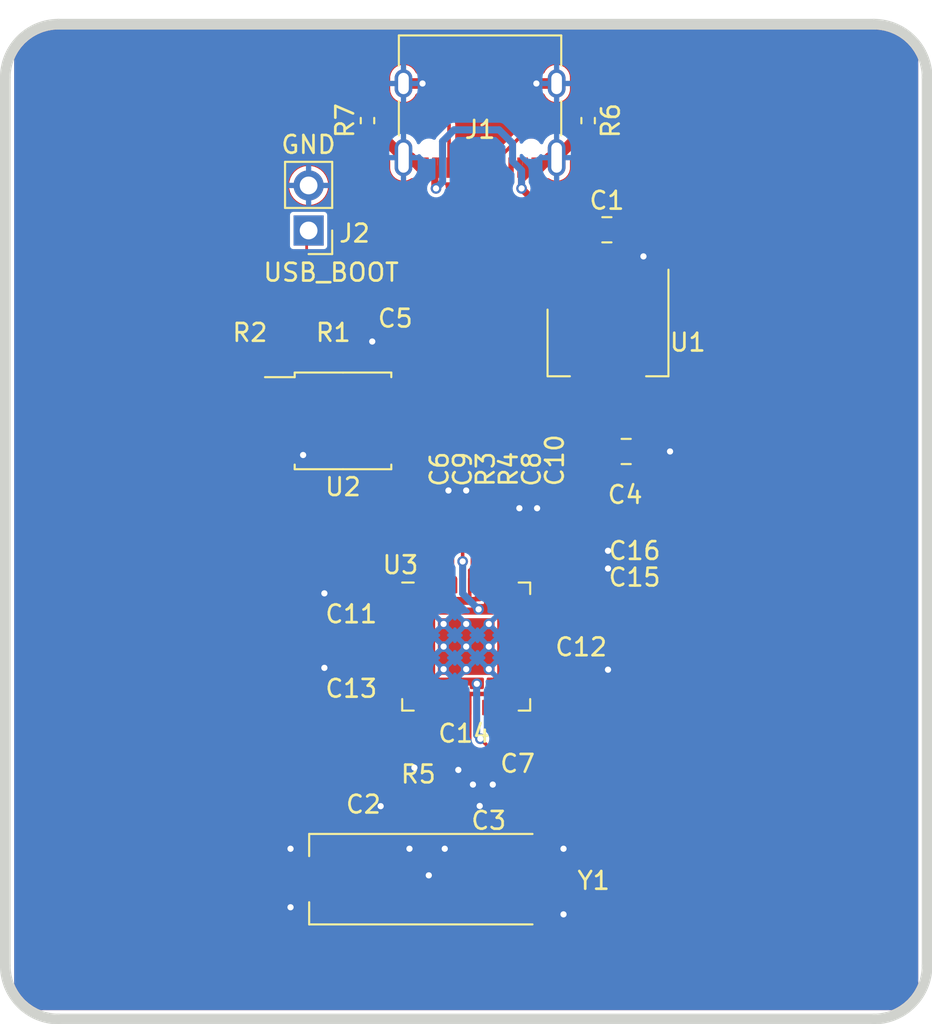
<source format=kicad_pcb>
(kicad_pcb (version 20211014) (generator pcbnew)
  (title_block (title "RP2040 Minimal Design Example") (date "2020-07-13") (rev "REV1") (company "Raspberry Pi (Trading) Ltd"))
  (layers (0 "F.Cu" signal) (31 "B.Cu" signal) (34 "B.Paste" user) (35 "F.Paste" user) (36 "B.SilkS" user "B.Silkscreen") (37 "F.SilkS" user "F.Silkscreen") (38 "B.Mask" user) (39 "F.Mask" user) (44 "Edge.Cuts" user))
  (net 0 "")
  (net 1 "GND")
  (net 2 "VBUS")
  (net 3 "/XIN")
  (net 4 "/XOUT")
  (net 5 "+3V3")
  (net 6 "+1V1")
  (net 7 "Net-(J1-PadA5)")
  (net 8 "/~{USB_BOOT}")
  (net 9 "/GPIO15")
  (net 10 "/GPIO14")
  (net 11 "/GPIO13")
  (net 12 "/GPIO12")
  (net 13 "/GPIO11")
  (net 14 "/GPIO10")
  (net 15 "/GPIO9")
  (net 16 "/GPIO8")
  (net 17 "/GPIO7")
  (net 18 "/GPIO6")
  (net 19 "/GPIO5")
  (net 20 "/GPIO4")
  (net 21 "/GPIO3")
  (net 22 "/GPIO2")
  (net 23 "/GPIO1")
  (net 24 "/GPIO0")
  (net 25 "/GPIO29_ADC3")
  (net 26 "/GPIO28_ADC2")
  (net 27 "/GPIO27_ADC1")
  (net 28 "/GPIO26_ADC0")
  (net 29 "/GPIO25")
  (net 30 "/GPIO24")
  (net 31 "/GPIO23")
  (net 32 "/GPIO22")
  (net 33 "/GPIO21")
  (net 34 "/GPIO20")
  (net 35 "/GPIO19")
  (net 36 "/GPIO18")
  (net 37 "/GPIO17")
  (net 38 "/GPIO16")
  (net 39 "/RUN")
  (net 40 "/SWD")
  (net 41 "/SWCLK")
  (net 42 "/QSPI_SS")
  (net 43 "Net-(R3-Pad2)")
  (net 44 "Net-(R4-Pad2)")
  (net 45 "/QSPI_SD3")
  (net 46 "/QSPI_SCLK")
  (net 47 "/QSPI_SD0")
  (net 48 "/QSPI_SD2")
  (net 49 "/QSPI_SD1")
  (net 50 "/USB_D+")
  (net 51 "/USB_D-")
  (net 52 "Net-(C3-Pad1)")
  (net 54 "Net-(J1-PadB5)")
  (footprint "Capacitor_SMD:C_0805_2012Metric" (layer "F.Cu") (at 109.025 89)
    (fp_text reference "C4" (at -0.059 2.44) (layer "F.SilkS"))
    (fp_text value "10u")
    (fp_line (start -0.258578 -0.71) (end 0.258578 -0.71) (layer "F.SilkS") (width 0.12))
    (fp_line (start -0.258578 0.71) (end 0.258578 0.71) (layer "F.SilkS") (width 0.12))
    (pad "1" smd roundrect locked (at -0.9375 0) (size 0.975 1.4) (layers "F.Cu" "F.Paste" "F.Mask") (net 5 "+3V3"))
    (pad "2" smd roundrect locked (at 0.9375 0) (size 0.975 1.4) (layers "F.Cu" "F.Paste" "F.Mask") (net 1 "GND"))
  )
  (footprint "Connector_PinHeader_2.54mm:PinHeader_1x02_P2.54mm_Vertical" (layer "F.Cu") (at 91.11 76.54 180)
    (fp_text reference "J2" (at -2.59 -0.16) (layer "F.SilkS"))
    (fp_text value "Conn_01x02")
    (fp_line (start 1.33 1.27) (end 1.33 3.87) (layer "F.SilkS") (width 0.12))
    (fp_line (start -1.33 0) (end -1.33 -1.33) (layer "F.SilkS") (width 0.12))
    (fp_line (start -1.33 3.87) (end 1.33 3.87) (layer "F.SilkS") (width 0.12))
    (fp_line (start -1.33 1.27) (end -1.33 3.87) (layer "F.SilkS") (width 0.12))
    (fp_line (start -1.33 -1.33) (end 0 -1.33) (layer "F.SilkS") (width 0.12))
    (fp_line (start -1.33 1.27) (end 1.33 1.27) (layer "F.SilkS") (width 0.12))
    (pad "1" thru_hole rect locked (at 0 0 180) (size 1.7 1.7) (drill 1) (layers *.Cu *.Mask) (net 8 "/~{USB_BOOT}"))
    (pad "2" thru_hole oval locked (at 0 2.54 180) (size 1.7 1.7) (drill 1) (layers *.Cu *.Mask) (net 1 "GND"))
  )
  (footprint "Capacitor_SMD:C_0402_1005Metric" (layer "F.Cu") (at 104 93.515 90)
    (fp_text reference "C10" (at 4.015 0.99 90) (layer "F.SilkS"))
    (fp_text value "1u")
    (pad "1" smd roundrect locked (at -0.485 0 90) (size 0.59 0.64) (layers "F.Cu" "F.Paste" "F.Mask") (net 5 "+3V3"))
    (pad "2" smd roundrect locked (at 0.485 0 90) (size 0.59 0.64) (layers "F.Cu" "F.Paste" "F.Mask") (net 1 "GND"))
  )
  (footprint "Capacitor_SMD:C_0402_1005Metric" (layer "F.Cu") (at 103 93.515 90)
    (fp_text reference "C8" (at 3.515 0.69 90) (layer "F.SilkS"))
    (fp_text value "1u")
    (pad "1" smd roundrect locked (at -0.485 0 90) (size 0.59 0.64) (layers "F.Cu" "F.Paste" "F.Mask") (net 6 "+1V1"))
    (pad "2" smd roundrect locked (at 0.485 0 90) (size 0.59 0.64) (layers "F.Cu" "F.Paste" "F.Mask") (net 1 "GND"))
  )
  (footprint "Capacitor_SMD:C_0402_1005Metric" (layer "F.Cu") (at 93.515 101.2 180)
    (fp_text reference "C13" (at 0 -1.17) (layer "F.SilkS"))
    (fp_text value "100n")
    (pad "1" smd roundrect locked (at -0.485 0 180) (size 0.59 0.64) (layers "F.Cu" "F.Paste" "F.Mask") (net 5 "+3V3"))
    (pad "2" smd roundrect locked (at 0.485 0 180) (size 0.59 0.64) (layers "F.Cu" "F.Paste" "F.Mask") (net 1 "GND"))
  )
  (footprint "Capacitor_SMD:C_0402_1005Metric" (layer "F.Cu") (at 96.185 82.83 180)
    (fp_text reference "C5" (at 0.185 1.33) (layer "F.SilkS"))
    (fp_text value "100n")
    (pad "1" smd roundrect locked (at -0.485 0 180) (size 0.59 0.64) (layers "F.Cu" "F.Paste" "F.Mask") (net 5 "+3V3"))
    (pad "2" smd roundrect locked (at 0.485 0 180) (size 0.59 0.64) (layers "F.Cu" "F.Paste" "F.Mask") (net 1 "GND"))
  )
  (footprint "Capacitor_SMD:C_0402_1005Metric" (layer "F.Cu") (at 89.5 82.315 -90)
    (fp_text reference "R2" (at -0.015 1.7 180) (layer "F.SilkS"))
    (fp_text value "DNF")
    (pad "1" smd roundrect locked (at -0.485 0 270) (size 0.59 0.64) (layers "F.Cu" "F.Paste" "F.Mask") (net 5 "+3V3"))
    (pad "2" smd roundrect locked (at 0.485 0 270) (size 0.59 0.64) (layers "F.Cu" "F.Paste" "F.Mask") (net 42 "/QSPI_SS"))
  )
  (footprint "Package_TO_SOT_SMD:SOT-223-3_TabPin2" (layer "F.Cu") (at 108 82.85 -90)
    (fp_text reference "U1" (at 0 -4.5 180) (layer "F.SilkS"))
    (fp_text value "NCP1117-3.3_SOT223")
    (fp_line (start 1.91 -3.41) (end 1.91 -2.15) (layer "F.SilkS") (width 0.12))
    (fp_line (start -1.85 3.41) (end 1.91 3.41) (layer "F.SilkS") (width 0.12))
    (fp_line (start 1.91 3.41) (end 1.91 2.15) (layer "F.SilkS") (width 0.12))
    (fp_line (start -4.1 -3.41) (end 1.91 -3.41) (layer "F.SilkS") (width 0.12))
    (pad "1" smd rect locked (at -3.15 -2.3 270) (size 2 1.5) (layers "F.Cu" "F.Paste" "F.Mask") (net 1 "GND"))
    (pad "2" smd rect locked (at 3.15 0 270) (size 2 3.8) (layers "F.Cu" "F.Paste" "F.Mask") (net 5 "+3V3"))
    (pad "2" smd rect locked (at -3.15 0 270) (size 2 1.5) (layers "F.Cu" "F.Paste" "F.Mask") (net 5 "+3V3"))
    (pad "3" smd rect locked (at -3.15 2.3 270) (size 2 1.5) (layers "F.Cu" "F.Paste" "F.Mask") (net 2 "VBUS"))
  )
  (footprint "Package_SO:SOIC-8_5.23x5.23mm_P1.27mm" (layer "F.Cu") (at 93.05 87.275)
    (fp_text reference "U2" (at 0 3.725) (layer "F.SilkS"))
    (fp_text value "W25Q128JVS")
    (fp_line (start 2.725 2.725) (end 2.725 2.465) (layer "F.SilkS") (width 0.12))
    (fp_line (start 0 2.725) (end 2.725 2.725) (layer "F.SilkS") (width 0.12))
    (fp_line (start -2.725 -2.725) (end -2.725 -2.465) (layer "F.SilkS") (width 0.12))
    (fp_line (start 0 -2.725) (end -2.725 -2.725) (layer "F.SilkS") (width 0.12))
    (fp_line (start 0 2.725) (end -2.725 2.725) (layer "F.SilkS") (width 0.12))
    (fp_line (start -2.725 2.725) (end -2.725 2.465) (layer "F.SilkS") (width 0.12))
    (fp_line (start 2.725 -2.725) (end 2.725 -2.465) (layer "F.SilkS") (width 0.12))
    (fp_line (start -2.725 -2.465) (end -4.4 -2.465) (layer "F.SilkS") (width 0.12))
    (fp_line (start 0 -2.725) (end 2.725 -2.725) (layer "F.SilkS") (width 0.12))
    (pad "1" smd roundrect locked (at -3.6 -1.905) (size 1.6 0.6) (layers "F.Cu" "F.Paste" "F.Mask") (net 42 "/QSPI_SS"))
    (pad "2" smd roundrect locked (at -3.6 -0.635) (size 1.6 0.6) (layers "F.Cu" "F.Paste" "F.Mask") (net 49 "/QSPI_SD1"))
    (pad "3" smd roundrect locked (at -3.6 0.635) (size 1.6 0.6) (layers "F.Cu" "F.Paste" "F.Mask") (net 48 "/QSPI_SD2"))
    (pad "4" smd roundrect locked (at -3.6 1.905) (size 1.6 0.6) (layers "F.Cu" "F.Paste" "F.Mask") (net 1 "GND"))
    (pad "5" smd roundrect locked (at 3.6 1.905) (size 1.6 0.6) (layers "F.Cu" "F.Paste" "F.Mask") (net 47 "/QSPI_SD0"))
    (pad "6" smd roundrect locked (at 3.6 0.635) (size 1.6 0.6) (layers "F.Cu" "F.Paste" "F.Mask") (net 46 "/QSPI_SCLK"))
    (pad "7" smd roundrect locked (at 3.6 -0.635) (size 1.6 0.6) (layers "F.Cu" "F.Paste" "F.Mask") (net 45 "/QSPI_SD3"))
    (pad "8" smd roundrect locked (at 3.6 -1.905) (size 1.6 0.6) (layers "F.Cu" "F.Paste" "F.Mask") (net 5 "+3V3"))
  )
  (footprint "Capacitor_SMD:C_0402_1005Metric" (layer "F.Cu") (at 99.485 109)
    (fp_text reference "C3" (at 1.785 0.814) (layer "F.SilkS"))
    (fp_text value "27p")
    (pad "1" smd roundrect locked (at -0.485 0) (size 0.59 0.64) (layers "F.Cu" "F.Paste" "F.Mask") (net 52 "Net-(C3-Pad1)"))
    (pad "2" smd roundrect locked (at 0.485 0) (size 0.59 0.64) (layers "F.Cu" "F.Paste" "F.Mask") (net 1 "GND"))
  )
  (footprint "Capacitor_SMD:C_0402_1005Metric" (layer "F.Cu") (at 91 82.315 90)
    (fp_text reference "R1" (at 0.015 1.5 180) (layer "F.SilkS"))
    (fp_text value "1k")
    (pad "1" smd roundrect locked (at -0.485 0 90) (size 0.59 0.64) (layers "F.Cu" "F.Paste" "F.Mask") (net 42 "/QSPI_SS"))
    (pad "2" smd roundrect locked (at 0.485 0 90) (size 0.59 0.64) (layers "F.Cu" "F.Paste" "F.Mask") (net 8 "/~{USB_BOOT}"))
  )
  (footprint "Capacitor_SMD:C_0402_1005Metric" (layer "F.Cu") (at 100 92.515 90)
    (fp_text reference "C9" (at 2.515 -0.2 270) (layer "F.SilkS"))
    (fp_text value "100n")
    (pad "1" smd roundrect locked (at -0.485 0 90) (size 0.59 0.64) (layers "F.Cu" "F.Paste" "F.Mask") (net 5 "+3V3"))
    (pad "2" smd roundrect locked (at 0.485 0 90) (size 0.59 0.64) (layers "F.Cu" "F.Paste" "F.Mask") (net 1 "GND"))
  )
  (footprint "Capacitor_SMD:C_0402_1005Metric" (layer "F.Cu") (at 106.485 101.2)
    (fp_text reference "C12" (at 0 -1.17) (layer "F.SilkS"))
    (fp_text value "100n")
    (pad "1" smd roundrect locked (at -0.485 0) (size 0.59 0.64) (layers "F.Cu" "F.Paste" "F.Mask") (net 5 "+3V3"))
    (pad "2" smd roundrect locked (at 0.485 0) (size 0.59 0.64) (layers "F.Cu" "F.Paste" "F.Mask") (net 1 "GND"))
  )
  (footprint "Capacitor_SMD:C_0402_1005Metric" (layer "F.Cu") (at 100.381 106.485 -90)
    (fp_text reference "C14" (at -1.585 0.5 180) (layer "F.SilkS"))
    (fp_text value "100n")
    (pad "1" smd roundrect locked (at -0.485 0 270) (size 0.59 0.64) (layers "F.Cu" "F.Paste" "F.Mask") (net 5 "+3V3"))
    (pad "2" smd roundrect locked (at 0.485 0 270) (size 0.59 0.64) (layers "F.Cu" "F.Paste" "F.Mask") (net 1 "GND"))
  )
  (footprint "Capacitor_SMD:C_0402_1005Metric" (layer "F.Cu") (at 101 93.515 -90)
    (fp_text reference "R3" (at -3.515 -0.09 90) (layer "F.SilkS"))
    (fp_text value "27")
    (pad "1" smd roundrect locked (at -0.485 0 270) (size 0.59 0.64) (layers "F.Cu" "F.Paste" "F.Mask") (net 50 "/USB_D+"))
    (pad "2" smd roundrect locked (at 0.485 0 270) (size 0.59 0.64) (layers "F.Cu" "F.Paste" "F.Mask") (net 43 "Net-(R3-Pad2)"))
  )
  (footprint "Capacitor_SMD:C_0402_1005Metric" (layer "F.Cu") (at 101.5 106.485 -90)
    (fp_text reference "C7" (at 0.115 -1.4 180) (layer "F.SilkS"))
    (fp_text value "100n")
    (pad "1" smd roundrect locked (at -0.485 0 270) (size 0.59 0.64) (layers "F.Cu" "F.Paste" "F.Mask") (net 6 "+1V1"))
    (pad "2" smd roundrect locked (at 0.485 0 270) (size 0.59 0.64) (layers "F.Cu" "F.Paste" "F.Mask") (net 1 "GND"))
  )
  (footprint "Capacitor_SMD:C_0805_2012Metric" (layer "F.Cu") (at 107.9375 76.5)
    (fp_text reference "C1" (at 0 -1.65) (layer "F.SilkS"))
    (fp_text value "10u")
    (fp_line (start -0.258578 0.71) (end 0.258578 0.71) (layer "F.SilkS") (width 0.12))
    (fp_line (start -0.258578 -0.71) (end 0.258578 -0.71) (layer "F.SilkS") (width 0.12))
    (pad "1" smd roundrect locked (at -0.9375 0) (size 0.975 1.4) (layers "F.Cu" "F.Paste" "F.Mask") (net 2 "VBUS"))
    (pad "2" smd roundrect locked (at 0.9375 0) (size 0.975 1.4) (layers "F.Cu" "F.Paste" "F.Mask") (net 1 "GND"))
  )
  (footprint "Capacitor_SMD:C_0402_1005Metric" (layer "F.Cu") (at 93.515 97 180)
    (fp_text reference "C11" (at 0 -1.17) (layer "F.SilkS"))
    (fp_text value "100n")
    (pad "1" smd roundrect locked (at -0.485 0 180) (size 0.59 0.64) (layers "F.Cu" "F.Paste" "F.Mask") (net 5 "+3V3"))
    (pad "2" smd roundrect locked (at 0.485 0 180) (size 0.59 0.64) (layers "F.Cu" "F.Paste" "F.Mask") (net 1 "GND"))
  )
  (footprint "Capacitor_SMD:C_0402_1005Metric" (layer "F.Cu") (at 106.485 94.6)
    (fp_text reference "C16" (at 3.015 0) (layer "F.SilkS"))
    (fp_text value "100n")
    (pad "1" smd roundrect locked (at -0.485 0) (size 0.59 0.64) (layers "F.Cu" "F.Paste" "F.Mask") (net 5 "+3V3"))
    (pad "2" smd roundrect locked (at 0.485 0) (size 0.59 0.64) (layers "F.Cu" "F.Paste" "F.Mask") (net 1 "GND"))
  )
  (footprint "RP2040_minimal:RP2040-QFN-56" (layer "F.Cu") (at 100 100)
    (fp_text reference "U3" (at -3.71 -4.6) (layer "F.SilkS"))
    (fp_text value "RP2040")
    (fp_line (start 3.61 3.61) (end 3.61 2.96) (layer "F.SilkS") (width 0.12))
    (fp_line (start 2.96 -3.61) (end 3.61 -3.61) (layer "F.SilkS") (width 0.12))
    (fp_line (start -2.96 -3.61) (end -3.61 -3.61) (layer "F.SilkS") (width 0.12))
    (fp_line (start -2.96 3.61) (end -3.61 3.61) (layer "F.SilkS") (width 0.12))
    (fp_line (start 3.61 -3.61) (end 3.61 -2.96) (layer "F.SilkS") (width 0.12))
    (fp_line (start -3.61 3.61) (end -3.61 2.96) (layer "F.SilkS") (width 0.12))
    (fp_line (start 2.96 3.61) (end 3.61 3.61) (layer "F.SilkS") (width 0.12))
    (pad "1" smd roundrect locked (at -3.4375 -2.6) (size 0.875 0.2) (layers "F.Cu" "F.Paste" "F.Mask") (net 5 "+3V3"))
    (pad "2" smd roundrect locked (at -3.4375 -2.2) (size 0.875 0.2) (layers "F.Cu" "F.Paste" "F.Mask") (net 24 "/GPIO0"))
    (pad "3" smd roundrect locked (at -3.4375 -1.8) (size 0.875 0.2) (layers "F.Cu" "F.Paste" "F.Mask") (net 23 "/GPIO1"))
    (pad "4" smd roundrect locked (at -3.4375 -1.4) (size 0.875 0.2) (layers "F.Cu" "F.Paste" "F.Mask") (net 22 "/GPIO2"))
    (pad "5" smd roundrect locked (at -3.4375 -1) (size 0.875 0.2) (layers "F.Cu" "F.Paste" "F.Mask") (net 21 "/GPIO3"))
    (pad "6" smd roundrect locked (at -3.4375 -0.6) (size 0.875 0.2) (layers "F.Cu" "F.Paste" "F.Mask") (net 20 "/GPIO4"))
    (pad "7" smd roundrect locked (at -3.4375 -0.2) (size 0.875 0.2) (layers "F.Cu" "F.Paste" "F.Mask") (net 19 "/GPIO5"))
    (pad "8" smd roundrect locked (at -3.4375 0.2) (size 0.875 0.2) (layers "F.Cu" "F.Paste" "F.Mask") (net 18 "/GPIO6"))
    (pad "9" smd roundrect locked (at -3.4375 0.6) (size 0.875 0.2) (layers "F.Cu" "F.Paste" "F.Mask") (net 17 "/GPIO7"))
    (pad "10" smd roundrect locked (at -3.4375 1) (size 0.875 0.2) (layers "F.Cu" "F.Paste" "F.Mask") (net 5 "+3V3"))
    (pad "11" smd roundrect locked (at -3.4375 1.4) (size 0.875 0.2) (layers "F.Cu" "F.Paste" "F.Mask") (net 16 "/GPIO8"))
    (pad "12" smd roundrect locked (at -3.4375 1.8) (size 0.875 0.2) (layers "F.Cu" "F.Paste" "F.Mask") (net 15 "/GPIO9"))
    (pad "13" smd roundrect locked (at -3.4375 2.2) (size 0.875 0.2) (layers "F.Cu" "F.Paste" "F.Mask") (net 14 "/GPIO10"))
    (pad "14" smd roundrect locked (at -3.4375 2.6) (size 0.875 0.2) (layers "F.Cu" "F.Paste" "F.Mask") (net 13 "/GPIO11"))
    (pad "15" smd roundrect locked (at -2.6 3.4375) (size 0.2 0.875) (layers "F.Cu" "F.Paste" "F.Mask") (net 12 "/GPIO12"))
    (pad "16" smd roundrect locked (at -2.2 3.4375) (size 0.2 0.875) (layers "F.Cu" "F.Paste" "F.Mask") (net 11 "/GPIO13"))
    (pad "17" smd roundrect locked (at -1.8 3.4375) (size 0.2 0.875) (layers "F.Cu" "F.Paste" "F.Mask") (net 10 "/GPIO14"))
    (pad "18" smd roundrect locked (at -1.4 3.4375) (size 0.2 0.875) (layers "F.Cu" "F.Paste" "F.Mask") (net 9 "/GPIO15"))
    (pad "19" smd roundrect locked (at -1 3.4375) (size 0.2 0.875) (layers "F.Cu" "F.Paste" "F.Mask") (net 1 "GND"))
    (pad "20" smd roundrect locked (at -0.6 3.4375) (size 0.2 0.875) (layers "F.Cu" "F.Paste" "F.Mask") (net 3 "/XIN"))
    (pad "21" smd roundrect locked (at -0.2 3.4375) (size 0.2 0.875) (layers "F.Cu" "F.Paste" "F.Mask") (net 4 "/XOUT"))
    (pad "22" smd roundrect locked (at 0.2 3.4375) (size 0.2 0.875) (layers "F.Cu" "F.Paste" "F.Mask") (net 5 "+3V3"))
    (pad "23" smd roundrect locked (at 0.6 3.4375) (size 0.2 0.875) (layers "F.Cu" "F.Paste" "F.Mask") (net 6 "+1V1"))
    (pad "24" smd roundrect locked (at 1 3.4375) (size 0.2 0.875) (layers "F.Cu" "F.Paste" "F.Mask") (net 41 "/SWCLK"))
    (pad "25" smd roundrect locked (at 1.4 3.4375) (size 0.2 0.875) (layers "F.Cu" "F.Paste" "F.Mask") (net 40 "/SWD"))
    (pad "26" smd roundrect locked (at 1.8 3.4375) (size 0.2 0.875) (layers "F.Cu" "F.Paste" "F.Mask") (net 39 "/RUN"))
    (pad "27" smd roundrect locked (at 2.2 3.4375) (size 0.2 0.875) (layers "F.Cu" "F.Paste" "F.Mask") (net 38 "/GPIO16"))
    (pad "28" smd roundrect locked (at 2.6 3.4375) (size 0.2 0.875) (layers "F.Cu" "F.Paste" "F.Mask") (net 37 "/GPIO17"))
    (pad "29" smd roundrect locked (at 3.4375 2.6) (size 0.875 0.2) (layers "F.Cu" "F.Paste" "F.Mask") (net 36 "/GPIO18"))
    (pad "30" smd roundrect locked (at 3.4375 2.2) (size 0.875 0.2) (layers "F.Cu" "F.Paste" "F.Mask") (net 35 "/GPIO19"))
    (pad "31" smd roundrect locked (at 3.4375 1.8) (size 0.875 0.2) (layers "F.Cu" "F.Paste" "F.Mask") (net 34 "/GPIO20"))
    (pad "32" smd roundrect locked (at 3.4375 1.4) (size 0.875 0.2) (layers "F.Cu" "F.Paste" "F.Mask") (net 33 "/GPIO21"))
    (pad "33" smd roundrect locked (at 3.4375 1) (size 0.875 0.2) (layers "F.Cu" "F.Paste" "F.Mask") (net 5 "+3V3"))
    (pad "34" smd roundrect locked (at 3.4375 0.6) (size 0.875 0.2) (layers "F.Cu" "F.Paste" "F.Mask") (net 32 "/GPIO22"))
    (pad "35" smd roundrect locked (at 3.4375 0.2) (size 0.875 0.2) (layers "F.Cu" "F.Paste" "F.Mask") (net 31 "/GPIO23"))
    (pad "36" smd roundrect locked (at 3.4375 -0.2) (size 0.875 0.2) (layers "F.Cu" "F.Paste" "F.Mask") (net 30 "/GPIO24"))
    (pad "37" smd roundrect locked (at 3.4375 -0.6) (size 0.875 0.2) (layers "F.Cu" "F.Paste" "F.Mask") (net 29 "/GPIO25"))
    (pad "38" smd roundrect locked (at 3.4375 -1) (size 0.875 0.2) (layers "F.Cu" "F.Paste" "F.Mask") (net 28 "/GPIO26_ADC0"))
    (pad "39" smd roundrect locked (at 3.4375 -1.4) (size 0.875 0.2) (layers "F.Cu" "F.Paste" "F.Mask") (net 27 "/GPIO27_ADC1"))
    (pad "40" smd roundrect locked (at 3.4375 -1.8) (size 0.875 0.2) (layers "F.Cu" "F.Paste" "F.Mask") (net 26 "/GPIO28_ADC2"))
    (pad "41" smd roundrect locked (at 3.4375 -2.2) (size 0.875 0.2) (layers "F.Cu" "F.Paste" "F.Mask") (net 25 "/GPIO29_ADC3"))
    (pad "42" smd roundrect locked (at 3.4375 -2.6) (size 0.875 0.2) (layers "F.Cu" "F.Paste" "F.Mask") (net 5 "+3V3"))
    (pad "43" smd roundrect locked (at 2.6 -3.4375) (size 0.2 0.875) (layers "F.Cu" "F.Paste" "F.Mask") (net 5 "+3V3"))
    (pad "44" smd roundrect locked (at 2.2 -3.4375) (size 0.2 0.875) (layers "F.Cu" "F.Paste" "F.Mask") (net 5 "+3V3"))
    (pad "45" smd roundrect locked (at 1.8 -3.4375) (size 0.2 0.875) (layers "F.Cu" "F.Paste" "F.Mask") (net 6 "+1V1"))
    (pad "46" smd roundrect locked (at 1.4 -3.4375) (size 0.2 0.875) (layers "F.Cu" "F.Paste" "F.Mask") (net 44 "Net-(R4-Pad2)"))
    (pad "47" smd roundrect locked (at 1 -3.4375) (size 0.2 0.875) (layers "F.Cu" "F.Paste" "F.Mask") (net 43 "Net-(R3-Pad2)"))
    (pad "48" smd roundrect locked (at 0.6 -3.4375) (size 0.2 0.875) (layers "F.Cu" "F.Paste" "F.Mask") (net 5 "+3V3"))
    (pad "49" smd roundrect locked (at 0.2 -3.4375) (size 0.2 0.875) (layers "F.Cu" "F.Paste" "F.Mask") (net 5 "+3V3"))
    (pad "50" smd roundrect locked (at -0.2 -3.4375) (size 0.2 0.875) (layers "F.Cu" "F.Paste" "F.Mask") (net 6 "+1V1"))
    (pad "51" smd roundrect locked (at -0.6 -3.4375) (size 0.2 0.875) (layers "F.Cu" "F.Paste" "F.Mask") (net 45 "/QSPI_SD3"))
    (pad "52" smd roundrect locked (at -1 -3.4375) (size 0.2 0.875) (layers "F.Cu" "F.Paste" "F.Mask") (net 46 "/QSPI_SCLK"))
    (pad "53" smd roundrect locked (at -1.4 -3.4375) (size 0.2 0.875) (layers "F.Cu" "F.Paste" "F.Mask") (net 47 "/QSPI_SD0"))
    (pad "54" smd roundrect locked (at -1.8 -3.4375) (size 0.2 0.875) (layers "F.Cu" "F.Paste" "F.Mask") (net 48 "/QSPI_SD2"))
    (pad "55" smd roundrect locked (at -2.2 -3.4375) (size 0.2 0.875) (layers "F.Cu" "F.Paste" "F.Mask") (net 49 "/QSPI_SD1"))
    (pad "56" smd roundrect locked (at -2.6 -3.4375) (size 0.2 0.875) (layers "F.Cu" "F.Paste" "F.Mask") (net 42 "/QSPI_SS"))
    (pad "57" thru_hole circle locked (at 1.275 0) (size 0.6 0.6) (drill 0.35) (layers *.Cu) (net 1 "GND"))
    (pad "57" thru_hole circle locked (at 0 1.275) (size 0.6 0.6) (drill 0.35) (layers *.Cu) (net 1 "GND"))
    (pad "57" thru_hole circle locked (at 0 0) (size 0.6 0.6) (drill 0.35) (layers *.Cu) (net 1 "GND"))
    (pad "57" thru_hole circle locked (at 1.275 -1.275) (size 0.6 0.6) (drill 0.35) (layers *.Cu) (net 1 "GND"))
    (pad "57" thru_hole circle locked (at -1.275 1.275) (size 0.6 0.6) (drill 0.35) (layers *.Cu) (net 1 "GND"))
    (pad "57" thru_hole circle locked (at 0 -1.275) (size 0.6 0.6) (drill 0.35) (layers *.Cu) (net 1 "GND"))
    (pad "57" thru_hole circle locked (at -1.275 -1.275) (size 0.6 0.6) (drill 0.35) (layers *.Cu) (net 1 "GND"))
    (pad "57" thru_hole circle locked (at -1.275 0) (size 0.6 0.6) (drill 0.35) (layers *.Cu) (net 1 "GND"))
    (pad "57" smd roundrect locked (at 0 0) (size 3.2 3.2) (layers "F.Cu" "F.Mask") (roundrect_rratio 0.045) (net 1 "GND"))
    (pad "57" thru_hole circle locked (at 1.275 1.275) (size 0.6 0.6) (drill 0.35) (layers *.Cu) (net 1 "GND"))
  )
  (footprint "Capacitor_SMD:C_0402_1005Metric" (layer "F.Cu") (at 96.515 109 180)
    (fp_text reference "C2" (at 2.315 0.1) (layer "F.SilkS"))
    (fp_text value "27p")
    (pad "1" smd roundrect locked (at -0.485 0 180) (size 0.59 0.64) (layers "F.Cu" "F.Paste" "F.Mask") (net 3 "/XIN"))
    (pad "2" smd roundrect locked (at 0.485 0 180) (size 0.59 0.64) (layers "F.Cu" "F.Paste" "F.Mask") (net 1 "GND"))
  )
  (footprint "Capacitor_SMD:C_0402_1005Metric" (layer "F.Cu") (at 102 93.515 -90)
    (fp_text reference "R4" (at -3.515 -0.39 90) (layer "F.SilkS"))
    (fp_text value "27")
    (pad "1" smd roundrect locked (at -0.485 0 270) (size 0.59 0.64) (layers "F.Cu" "F.Paste" "F.Mask") (net 51 "/USB_D-"))
    (pad "2" smd roundrect locked (at 0.485 0 270) (size 0.59 0.64) (layers "F.Cu" "F.Paste" "F.Mask") (net 44 "Net-(R4-Pad2)"))
  )
  (footprint "Capacitor_SMD:C_0402_1005Metric" (layer "F.Cu") (at 99 92.515 90)
    (fp_text reference "C6" (at 2.515 -0.51 90) (layer "F.SilkS"))
    (fp_text value "100n")
    (pad "1" smd roundrect locked (at -0.485 0 90) (size 0.59 0.64) (layers "F.Cu" "F.Paste" "F.Mask") (net 6 "+1V1"))
    (pad "2" smd roundrect locked (at 0.485 0 90) (size 0.59 0.64) (layers "F.Cu" "F.Paste" "F.Mask") (net 1 "GND"))
  )
  (footprint "Capacitor_SMD:C_0402_1005Metric" (layer "F.Cu") (at 106.485 96)
    (fp_text reference "C15" (at 3.015 0.1) (layer "F.SilkS"))
    (fp_text value "100n")
    (pad "1" smd roundrect locked (at -0.485 0) (size 0.59 0.64) (layers "F.Cu" "F.Paste" "F.Mask") (net 5 "+3V3"))
    (pad "2" smd roundrect locked (at 0.485 0) (size 0.59 0.64) (layers "F.Cu" "F.Paste" "F.Mask") (net 1 "GND"))
  )
  (footprint "Capacitor_SMD:C_0402_1005Metric" (layer "F.Cu") (at 98.7 107.115 -90)
    (fp_text reference "R5" (at 0.085 1.4 180) (layer "F.SilkS"))
    (fp_text value "1k")
    (pad "1" smd roundrect locked (at -0.485 0 270) (size 0.59 0.64) (layers "F.Cu" "F.Paste" "F.Mask") (net 4 "/XOUT"))
    (pad "2" smd roundrect locked (at 0.485 0 270) (size 0.59 0.64) (layers "F.Cu" "F.Paste" "F.Mask") (net 52 "Net-(C3-Pad1)"))
  )
  (footprint "RP2040_minimal:Crystal_SMD_HC49-US" (layer "F.Cu") (at 97.841 113.116)
    (fp_text reference "Y1" (at 9.349 0.084) (layer "F.SilkS"))
    (fp_text value "ABLS-12.000MHZ-B4-T")
    (fp_line (start -6.7 2.55) (end 5.9 2.55) (layer "F.SilkS") (width 0.12))
    (fp_line (start -6.7 1.3) (end -6.7 2.55) (layer "F.SilkS") (width 0.12))
    (fp_line (start 5.9 -2.55) (end -6.7 -2.55) (layer "F.SilkS") (width 0.12))
    (fp_line (start -6.7 -2.55) (end -6.7 -1.3) (layer "F.SilkS") (width 0.12))
    (pad "1" smd rect locked (at -4.5 0) (size 5.6 2.1) (layers "F.Cu" "F.Paste" "F.Mask") (net 3 "/XIN"))
    (pad "2" smd rect locked (at 4.5 0) (size 5.6 2.1) (layers "F.Cu" "F.Paste" "F.Mask") (net 52 "Net-(C3-Pad1)"))
  )
  (footprint "Resistor_SMD:R_0402_1005Metric" (layer "F.Cu") (at 94.432 70.345 -90)
    (fp_text reference "R7" (at -0.002 1.27 90) (layer "F.SilkS"))
    (fp_text value "5.11k")
    (fp_line (start -0.153641 0.38) (end 0.153641 0.38) (layer "F.SilkS") (width 0.12))
    (fp_line (start -0.153641 -0.38) (end 0.153641 -0.38) (layer "F.SilkS") (width 0.12))
    (pad "1" smd roundrect (at -0.51 0 270) (size 0.54 0.64) (layers "F.Cu" "F.Paste" "F.Mask") (net 54 "Net-(J1-PadB5)"))
    (pad "2" smd roundrect (at 0.51 0 270) (size 0.54 0.64) (layers "F.Cu" "F.Paste" "F.Mask") (net 1 "GND"))
  )
  (footprint "Connector_USB:USB_C_Receptacle_XKB_U262-16XN-4BVC11" (layer "F.Cu") (at 100.782 69.327 180)
    (fp_text reference "J1" (at 0 -1.524) (layer "F.SilkS"))
    (fp_text value "USB_C_Receptacle_USB2.0")
    (fp_line (start 4.58 0.07) (end 4.58 -1.85) (layer "F.SilkS") (width 0.12))
    (fp_line (start 4.58 3.785) (end -4.58 3.785) (layer "F.SilkS") (width 0.12))
    (fp_line (start -4.58 3.785) (end -4.58 2.08) (layer "F.SilkS") (width 0.12))
    (fp_line (start -4.58 -1.85) (end -4.58 0.07) (layer "F.SilkS") (width 0.12))
    (fp_line (start 4.58 2.08) (end 4.58 3.785) (layer "F.SilkS") (width 0.12))
    (pad "" np_thru_hole circle (at -2.89 -2.605 180) (size 0.65 0.65) (drill 0.65) (layers *.Cu *.Mask))
    (pad "" np_thru_hole circle (at 2.89 -2.605 180) (size 0.65 0.65) (drill 0.65) (layers *.Cu *.Mask))
    (pad "A1" smd rect (at -3.35 -3.67 180) (size 0.3 1.15) (layers "F.Cu" "F.Paste" "F.Mask") (net 1 "GND"))
    (pad "A4" smd rect (at -2.55 -3.67 180) (size 0.3 1.15) (layers "F.Cu" "F.Paste" "F.Mask") (net 2 "VBUS"))
    (pad "A5" smd rect (at -1.25 -3.67 180) (size 0.3 1.15) (layers "F.Cu" "F.Paste" "F.Mask") (net 7 "Net-(J1-PadA5)"))
    (pad "A6" smd rect (at -0.25 -3.67 180) (size 0.3 1.15) (layers "F.Cu" "F.Paste" "F.Mask") (net 50 "/USB_D+"))
    (pad "A7" smd rect (at 0.25 -3.67 180) (size 0.3 1.15) (layers "F.Cu" "F.Paste" "F.Mask") (net 51 "/USB_D-"))
    (pad "A8" smd rect (at 1.25 -3.67 180) (size 0.3 1.15) (layers "F.Cu" "F.Paste" "F.Mask"))
    (pad "A9" smd rect (at 2.55 -3.67 180) (size 0.3 1.15) (layers "F.Cu" "F.Paste" "F.Mask") (net 2 "VBUS"))
    (pad "A12" smd rect (at 3.35 -3.67 180) (size 0.3 1.15) (layers "F.Cu" "F.Paste" "F.Mask") (net 1 "GND"))
    (pad "B1" smd rect (at 3.05 -3.67 180) (size 0.3 1.15) (layers "F.Cu" "F.Paste" "F.Mask") (net 1 "GND"))
    (pad "B4" smd rect (at 2.25 -3.67 180) (size 0.3 1.15) (layers "F.Cu" "F.Paste" "F.Mask") (net 2 "VBUS"))
    (pad "B5" smd rect (at 1.75 -3.67 180) (size 0.3 1.15) (layers "F.Cu" "F.Paste" "F.Mask") (net 54 "Net-(J1-PadB5)"))
    (pad "B6" smd rect (at 0.75 -3.67 180) (size 0.3 1.15) (layers "F.Cu" "F.Paste" "F.Mask") (net 50 "/USB_D+"))
    (pad "B7" smd rect (at -0.75 -3.67 180) (size 0.3 1.15) (layers "F.Cu" "F.Paste" "F.Mask") (net 51 "/USB_D-"))
    (pad "B8" smd rect (at -1.75 -3.67 180) (size 0.3 1.15) (layers "F.Cu" "F.Paste" "F.Mask"))
    (pad "B9" smd rect (at -2.25 -3.67 180) (size 0.3 1.15) (layers "F.Cu" "F.Paste" "F.Mask") (net 2 "VBUS"))
    (pad "B12" smd rect (at -3.05 -3.67 180) (size 0.3 1.15) (layers "F.Cu" "F.Paste" "F.Mask") (net 1 "GND"))
    (pad "S1" thru_hole oval (at 4.32 -3.105 180) (size 1 2.1) (drill oval 0.6 1.7) (layers *.Cu *.Mask) (net 1 "GND"))
    (pad "S1" thru_hole oval (at 4.32 1.075 180) (size 1 1.6) (drill oval 0.6 1.2) (layers *.Cu *.Mask) (net 1 "GND"))
    (pad "S1" thru_hole oval (at -4.32 1.075 180) (size 1 1.6) (drill oval 0.6 1.2) (layers *.Cu *.Mask) (net 1 "GND"))
    (pad "S1" thru_hole oval (at -4.32 -3.105 180) (size 1 2.1) (drill oval 0.6 1.7) (layers *.Cu *.Mask) (net 1 "GND"))
  )
  (footprint "Resistor_SMD:R_0402_1005Metric" (layer "F.Cu") (at 106.878 70.345 -90)
    (fp_text reference "R6" (at 0 -1.27 90) (layer "F.SilkS"))
    (fp_text value "5.11k")
    (fp_line (start -0.153641 0.38) (end 0.153641 0.38) (layer "F.SilkS") (width 0.12))
    (fp_line (start -0.153641 -0.38) (end 0.153641 -0.38) (layer "F.SilkS") (width 0.12))
    (pad "1" smd roundrect (at -0.51 0 270) (size 0.54 0.64) (layers "F.Cu" "F.Paste" "F.Mask") (net 7 "Net-(J1-PadA5)"))
    (pad "2" smd roundrect (at 0.51 0 270) (size 0.54 0.64) (layers "F.Cu" "F.Paste" "F.Mask") (net 1 "GND"))
  )
  (gr_line (start 123 121) (end 77 121) (layer "Edge.Cuts") (width 0.6))
  (gr_line (start 126 67.90732) (end 126 118) (layer "Edge.Cuts") (width 0.6))
  (gr_line (start 77 64.90732) (end 123 64.90732) (layer "Edge.Cuts") (width 0.6))
  (gr_line (start 74 118) (end 74 67.90732) (layer "Edge.Cuts") (width 0.6))
  (gr_arc (start 77 121) (mid 74.87868 120.12132) (end 74 118) (layer "Edge.Cuts") (width 0.6))
  (gr_arc (start 126 118) (mid 125.12132 120.12132) (end 123 121) (layer "Edge.Cuts") (width 0.6))
  (gr_arc (start 123 64.90732) (mid 125.12132 65.786) (end 126 67.90732) (layer "Edge.Cuts") (width 0.6))
  (gr_arc (start 74 67.90732) (mid 74.87868 65.786) (end 77 64.90732) (layer "Edge.Cuts") (width 0.6))
  (gr_text "\nUSB_BOOT" (at 92.38 78.1) (layer "F.SilkS") (effects (font (size 1 1))))
  (gr_text "GND" (at 91.1 71.7) (layer "F.SilkS") (effects (font (size 1 1))))
  (segment (start 93.03 101.2) (end 92 101.2) (width 0.2) (layer "F.Cu") (net 1))
  (segment (start 106.679 70.855) (end 105.102 72.432) (width 0.6) (layer "F.Cu") (net 1))
  (segment (start 106.97 94.6) (end 108 94.6) (width 0.2) (layer "F.Cu") (net 1))
  (segment (start 99 92.03) (end 99 91.200008) (width 0.2) (layer "F.Cu") (net 1))
  (segment (start 100.381 107.781984) (end 100.380994 107.78199) (width 0.2) (layer "F.Cu") (net 1))
  (segment (start 99 103.4375) (end 99 104.6545) (width 0.15) (layer "F.Cu") (net 1))
  (segment (start 106.878 70.855) (end 106.679 70.855) (width 0.6) (layer "F.Cu") (net 1))
  (segment (start 100.381 106.97) (end 100.381 107.781984) (width 0.2) (layer "F.Cu") (net 1))
  (segment (start 100.7505 109) (end 100.762 108.9885) (width 0.15) (layer "F.Cu") (net 1))
  (segment (start 103.96 68.252) (end 97.536 68.252) (width 0.6) (layer "F.Cu") (net 1))
  (segment (start 96.867 72.432) (end 97.432 72.997) (width 0.6) (layer "F.Cu") (net 1))
  (segment (start 95.405 82.83) (end 95.375 82.8) (width 0.2) (layer "F.Cu") (net 1))
  (segment (start 100 92.03) (end 100 91.2) (width 0.2) (layer "F.Cu") (net 1))
  (segment (start 105.102 68.252) (end 103.96 68.252) (width 0.6) (layer "F.Cu") (net 1))
  (segment (start 99.97 109) (end 99.97 108.68) (width 0.15) (layer "F.Cu") (net 1))
  (segment (start 104 93.03) (end 104 92.2) (width 0.2) (layer "F.Cu") (net 1))
  (segment (start 99.97 109) (end 100.7505 109) (width 0.15) (layer "F.Cu") (net 1))
  (segment (start 96.03 109) (end 95.174 109) (width 0.2) (layer "F.Cu") (net 1))
  (segment (start 105.102 72.432) (end 104.697 72.432) (width 0.6) (layer "F.Cu") (net 1))
  (segment (start 96.8 111.65) (end 96.8 110.599974) (width 0.2) (layer "F.Cu") (net 1))
  (segment (start 95.375 82.8) (end 94.7 82.8) (width 0.2) (layer "F.Cu") (net 1))
  (segment (start 110.3 78.3) (end 110 78) (width 0.2) (layer "F.Cu") (net 1))
  (segment (start 107.075 101.305) (end 108 101.305) (width 0.2) (layer "F.Cu") (net 1))
  (segment (start 108.875 76.875) (end 110 78) (width 0.2) (layer "F.Cu") (net 1))
  (segment (start 97.536 68.252) (end 96.462 68.252) (width 0.6) (layer "F.Cu") (net 1))
  (segment (start 101.5 106.97) (end 101.5 107.782004) (width 0.2) (layer "F.Cu") (net 1))
  (segment (start 107.6 96) (end 108 95.6) (width 0.15) (layer "F.Cu") (net 1))
  (segment (start 99 104.6545) (end 97.079 106.5755) (width 0.15) (layer "F.Cu") (net 1))
  (segment (start 94.885 70.855) (end 96.462 72.432) (width 0.6) (layer "F.Cu") (net 1))
  (segment (start 90.78 89.18) (end 90.8 89.2) (width 0.2) (layer "F.Cu") (net 1))
  (segment (start 106.97 96) (end 107.6 96) (width 0.15) (layer "F.Cu") (net 1))
  (segment (start 94.432 70.855) (end 94.885 70.855) (width 0.6) (layer "F.Cu") (net 1))
  (segment (start 95.7 82.83) (end 95.405 82.83) (width 0.2) (layer "F.Cu") (net 1))
  (segment (start 104.697 72.432) (end 104.132 72.997) (width 0.6) (layer "F.Cu") (net 1))
  (segment (start 96.462 72.432) (end 96.867 72.432) (width 0.6) (layer "F.Cu") (net 1))
  (segment (start 110.3 79.7) (end 110.3 78.3) (width 0.2) (layer "F.Cu") (net 1))
  (segment (start 97.079 106.5755) (end 97.079 106.8295) (width 0.15) (layer "F.Cu") (net 1))
  (segment (start 93.03 97) (end 92 97) (width 0.2) (layer "F.Cu") (net 1))
  (segment (start 110.05 89) (end 111.5 89) (width 0.2) (layer "F.Cu") (net 1))
  (segment (start 89.45 89.18) (end 90.78 89.18) (width 0.2) (layer "F.Cu") (net 1))
  (segment (start 103 93.03) (end 103 92.2) (width 0.2) (layer "F.Cu") (net 1))
  (via (at 99.5555 106.9565) (size 0.6) (drill 0.35) (layers "F.Cu" "B.Cu") (net 1))
  (via (at 97.89 112.9) (size 0.6) (drill 0.35) (layers "F.Cu" "B.Cu") (net 1))
  (via (at 98.79 111.4) (size 0.6) (drill 0.35) (layers "F.Cu" "B.Cu") (net 1))
  (via (at 90.09 114.7) (size 0.6) (drill 0.35) (layers "F.Cu" "B.Cu") (net 1))
  (via (at 90.09 111.4) (size 0.6) (drill 0.35) (layers "F.Cu" "B.Cu") (net 1))
  (via (at 105.49 111.4) (size 0.6) (drill 0.35) (layers "F.Cu" "B.Cu") (net 1))
  (via (at 96.8 111.4) (size 0.6) (drill 0.35) (layers "F.Cu" "B.Cu") (net 1))
  (via (at 92 101.2) (size 0.6) (drill 0.35) (layers "F.Cu" "B.Cu") (net 1))
  (via (at 100 91.2) (size 0.6) (drill 0.35) (layers "F.Cu" "B.Cu") (net 1))
  (via (at 105.49 115.1) (size 0.6) (drill 0.35) (layers "F.Cu" "B.Cu") (net 1))
  (via (at 108 94.6) (size 0.6) (drill 0.35) (layers "F.Cu" "B.Cu") (net 1))
  (via (at 103 92.2) (size 0.6) (drill 0.35) (layers "F.Cu" "B.Cu") (net 1))
  (via (at 100.380994 107.78199) (size 0.6) (drill 0.35) (layers "F.Cu" "B.Cu") (net 1))
  (via (at 99 91.200008) (size 0.6) (drill 0.35) (layers "F.Cu" "B.Cu") (net 1))
  (via (at 111.5 89) (size 0.6) (drill 0.35) (layers "F.Cu" "B.Cu") (net 1))
  (via (at 95.174 109) (size 0.6) (drill 0.35) (layers "F.Cu" "B.Cu") (net 1))
  (via (at 92 97) (size 0.6) (drill 0.35) (layers "F.Cu" "B.Cu") (net 1))
  (via (at 108 95.6) (size 0.6) (drill 0.35) (layers "F.Cu" "B.Cu") (net 1))
  (via (at 97.079 106.8295) (size 0.6) (drill 0.35) (layers "F.Cu" "B.Cu") (net 1))
  (via (at 103.96 68.252) (size 0.6) (drill 0.35) (layers "F.Cu" "B.Cu") (net 1))
  (via (at 108 101.305) (size 0.6) (drill 0.35) (layers "F.Cu" "B.Cu") (net 1))
  (via (at 97.536 68.252) (size 0.6) (drill 0.35) (layers "F.Cu" "B.Cu") (net 1))
  (via (at 101.5 107.782004) (size 0.6) (drill 0.35) (layers "F.Cu" "B.Cu") (net 1))
  (via (at 110 78) (size 0.6) (drill 0.35) (layers "F.Cu" "B.Cu") (net 1))
  (via (at 90.8 89.2) (size 0.6) (drill 0.35) (layers "F.Cu" "B.Cu") (net 1))
  (via (at 94.7 82.8) (size 0.6) (drill 0.35) (layers "F.Cu" "B.Cu") (net 1))
  (via (at 100.762 108.9885) (size 0.6) (drill 0.35) (layers "F.Cu" "B.Cu") (net 1))
  (via (at 104 92.2) (size 0.6) (drill 0.35) (layers "F.Cu" "B.Cu") (net 1))
  (segment (start 103.299999 92.499999) (end 103 92.2) (width 0.2) (layer "B.Cu") (net 1))
  (segment (start 104 93) (end 103.8 93) (width 0.2) (layer "B.Cu") (net 1))
  (segment (start 103.8 93) (end 103.299999 92.499999) (width 0.2) (layer "B.Cu") (net 1))
  (segment (start 98.298 74.168) (end 98.232 74.102) (width 0.4) (layer "F.Cu") (net 2))
  (segment (start 104.14 75.184) (end 104.648 75.184) (width 0.4) (layer "F.Cu") (net 2))
  (segment (start 103.124 74.168) (end 104.14 75.184) (width 0.4) (layer "F.Cu") (net 2))
  (segment (start 103.332 72.997) (end 103.332 73.452) (width 0.4) (layer "F.Cu") (net 2))
  (segment (start 103.332 73.452) (end 103.124 73.66) (width 0.4) (layer "F.Cu") (net 2))
  (segment (start 98.232 74.102) (end 98.232 72.997) (width 0.4) (layer "F.Cu") (net 2))
  (segment (start 103.124 73.66) (end 103.124 74.168) (width 0.4) (layer "F.Cu") (net 2))
  (via (at 98.298 74.168) (size 0.6) (drill 0.35) (layers "F.Cu" "B.Cu") (net 2))
  (via (at 103.124 74.168) (size 0.6) (drill 0.35) (layers "F.Cu" "B.Cu") (net 2))
  (segment (start 98.298 74.168) (end 98.666521 73.799479) (width 0.4) (layer "B.Cu") (net 2))
  (segment (start 98.666521 71.513479) (end 99.314 70.866) (width 0.4) (layer "B.Cu") (net 2))
  (segment (start 102.616 71.628) (end 102.616 72.644) (width 0.4) (layer "B.Cu") (net 2))
  (segment (start 102.616 72.644) (end 103.124 73.152) (width 0.4) (layer "B.Cu") (net 2))
  (segment (start 99.314 70.866) (end 101.854 70.866) (width 0.4) (layer "B.Cu") (net 2))
  (segment (start 101.854 70.866) (end 102.616 71.628) (width 0.4) (layer "B.Cu") (net 2))
  (segment (start 98.666521 73.799479) (end 98.666521 71.513479) (width 0.4) (layer "B.Cu") (net 2))
  (segment (start 103.124 73.152) (end 103.124 74.168) (width 0.4) (layer "B.Cu") (net 2))
  (segment (start 99.4 103.4375) (end 99.4 104.937861) (width 0.15) (layer "F.Cu") (net 3))
  (segment (start 99.4 104.937861) (end 97.8 106.537861) (width 0.15) (layer "F.Cu") (net 3))
  (segment (start 97 109) (end 97.6505 109.6505) (width 0.15) (layer "F.Cu") (net 3))
  (segment (start 97.6505 109.6505) (end 97.6505 111.7825) (width 0.15) (layer "F.Cu") (net 3))
  (segment (start 97.8 106.537861) (end 97.8 108.2) (width 0.15) (layer "F.Cu") (net 3))
  (segment (start 97.6505 111.7825) (end 96.317 113.116) (width 0.15) (layer "F.Cu") (net 3))
  (segment (start 96.317 113.116) (end 93.341 113.116) (width 0.15) (layer "F.Cu") (net 3))
  (segment (start 97.8 108.2) (end 97 109) (width 0.15) (layer "F.Cu") (net 3))
  (segment (start 98.7 106.2) (end 98.7 106.63) (width 0.15) (layer "F.Cu") (net 4))
  (segment (start 99.8 103.4375) (end 99.8 105.1) (width 0.15) (layer "F.Cu") (net 4))
  (segment (start 99.8 105.1) (end 98.7 106.2) (width 0.15) (layer "F.Cu") (net 4))
  (segment (start 100.9525 106.2515) (end 100.9525 108.163) (width 0.15) (layer "F.Cu") (net 5))
  (segment (start 96.65 85.37) (end 96.65 82.85) (width 0.2) (layer "F.Cu") (net 5))
  (segment (start 96.5625 101) (end 97.4 101) (width 0.2) (layer "F.Cu") (net 5))
  (segment (start 100.2 103.4375) (end 100.2 102.8) (width 0.2) (layer "F.Cu") (net 5))
  (segment (start 94.2 101) (end 94 101.2) (width 0.2) (layer "F.Cu") (net 5))
  (segment (start 100.350001 94.112535) (end 100.350001 95.549999) (width 0.2) (layer "F.Cu") (net 5))
  (segment (start 100.6 97.2) (end 100.4 97.4) (width 0.2) (layer "F.Cu") (net 5))
  (segment (start 100.2 95.7) (end 100.2 97.4) (width 0.2) (layer "F.Cu") (net 5))
  (segment (start 100.701 106) (end 100.9525 106.2515) (width 0.15) (layer "F.Cu") (net 5))
  (segment (start 100.6 96.5625) (end 100.6 95.799998) (width 0.2) (layer "F.Cu") (net 5))
  (segment (start 100.381 105.6865) (end 100.381 106) (width 0.2) (layer "F.Cu") (net 5))
  (segment (start 102.2 96.5625) (end 102.2 96.1) (width 0.2) (layer "F.Cu") (net 5))
  (segment (start 102.6 96.5625) (end 102.6 97.4) (width 0.2) (layer "F.Cu") (net 5))
  (segment (start 102.2 97.2) (end 102.4 97.4) (width 0.2) (layer "F.Cu") (net 5))
  (segment (start 103.4375 101) (end 105.8 101) (width 0.2) (layer "F.Cu") (net 5))
  (segment (start 100 93.762534) (end 100.350001 94.112535) (width 0.2) (layer "F.Cu") (net 5))
  (segment (start 100.350001 95.549999) (end 100.2 95.7) (width 0.2) (layer "F.Cu") (net 5))
  (segment (start 100.2 103.4375) (end 100.2 105.5055) (width 0.2) (layer "F.Cu") (net 5))
  (segment (start 105.8 101) (end 106 101.2) (width 0.2) (layer "F.Cu") (net 5))
  (segment (start 103.4375 101) (end 102.6 101) (width 0.2) (layer "F.Cu") (net 5))
  (segment (start 102.2 96.5625) (end 102.2 97.2) (width 0.2) (layer "F.Cu") (net 5))
  (segment (start 100.381 106) (end 100.701 106) (width 0.15) (layer "F.Cu") (net 5))
  (segment (start 96.5625 101) (end 94.2 101) (width 0.2) (layer "F.Cu") (net 5))
  (segment (start 103.4375 97.4) (end 102.6 97.4) (width 0.2) (layer "F.Cu") (net 5))
  (segment (start 100.2 102.8) (end 100 102.6) (width 0.2) (layer "F.Cu") (net 5))
  (segment (start 108 86) (end 108 89) (width 0.2) (layer "F.Cu") (net 5))
  (segment (start 100.2 105.5055) (end 100.381 105.6865) (width 0.2) (layer "F.Cu") (net 5))
  (segment (start 101.096505 108.307005) (end 102.141995 108.307005) (width 0.15) (layer "F.Cu") (net 5))
  (segment (start 100 93) (end 100 93.762534) (width 0.2) (layer "F.Cu") (net 5))
  (segment (start 96.5625 97.4) (end 97.4 97.4) (width 0.2) (layer "F.Cu") (net 5))
  (segment (start 100.6 96.5625) (end 100.6 97.2) (width 0.2) (layer "F.Cu") (net 5))
  (segment (start 100.6 95.799998) (end 100.350001 95.549999) (width 0.2) (layer "F.Cu") (net 5))
  (segment (start 102.2 96.1) (end 103.6 94.7) (width 0.2) (layer "F.Cu") (net 5))
  (segment (start 100.9525 108.163) (end 101.096505 108.307005) (width 0.15) (layer "F.Cu") (net 5))
  (segment (start 99.8 96.5625) (end 99.8 95.199994) (width 0.2) (layer "F.Cu") (net 6))
  (segment (start 99.8 94.095) (end 99.8 95.199994) (width 0.2) (layer "F.Cu") (net 6))
  (segment (start 101.5 105.9) (end 100.8 105.2) (width 0.2) (layer "F.Cu") (net 6))
  (segment (start 100.6 105) (end 100.8 105.2) (width 0.2) (layer "F.Cu") (net 6))
  (segment (start 103 94.6) (end 103 94) (width 0.2) (layer "F.Cu") (net 6))
  (segment (start 101.8 95.8) (end 103 94.6) (width 0.2) (layer "F.Cu") (net 6))
  (segment (start 101.8 96.5625) (end 101.8 95.8) (width 0.2) (layer "F.Cu") (net 6))
  (segment (start 99 93.295) (end 99.8 94.095) (width 0.2) (layer "F.Cu") (net 6))
  (segment (start 99 93) (end 99 93.295) (width 0.2) (layer "F.Cu") (net 6))
  (segment (start 100.6 103.4375) (end 100.6 105) (width 0.2) (layer "F.Cu") (net 6))
  (segment (start 101.8 96.5625) (end 101.8 97.4) (width 0.2) (layer "F.Cu") (net 6))
  (via (at 99.8 95.199994) (size 0.6) (drill 0.35) (layers "F.Cu" "B.Cu") (net 6))
  (via (at 100.8 105.2) (size 0.6) (drill 0.35) (layers "F.Cu" "B.Cu") (net 6))
  (via (at 100.7 97.9) (size 0.6) (drill 0.35) (layers "F.Cu" "B.Cu") (net 6))
  (via (at 100.59997 102.1) (size 0.6) (drill 0.35) (layers "F.Cu" "B.Cu") (net 6))
  (segment (start 100.59 104.99) (end 100.59 102.10997) (width 0.4) (layer "B.Cu") (net 6))
  (segment (start 100.69 97.9) (end 100.7 97.9) (width 0.4) (layer "B.Cu") (net 6))
  (segment (start 100.8 105.2) (end 100.59 104.99) (width 0.4) (layer "B.Cu") (net 6))
  (segment (start 99.8 97.01) (end 100.69 97.9) (width 0.4) (layer "B.Cu") (net 6))
  (segment (start 100.59 102.10997) (end 100.59997 102.1) (width 0.4) (layer "B.Cu") (net 6))
  (segment (start 99.8 95.199994) (end 99.8 97.01) (width 0.4) (layer "B.Cu") (net 6))
  (segment (start 102.032 72.272978) (end 103.047499 71.257479) (width 0.2) (layer "F.Cu") (net 7))
  (segment (start 105.425 69.835) (end 106.878 69.835) (width 0.2) (layer "F.Cu") (net 7))
  (segment (start 104.002521 71.257479) (end 105.425 69.835) (width 0.2) (layer "F.Cu") (net 7))
  (segment (start 102.032 72.997) (end 102.032 72.272978) (width 0.2) (layer "F.Cu") (net 7))
  (segment (start 103.047499 71.257479) (end 104.002521 71.257479) (width 0.2) (layer "F.Cu") (net 7))
  (segment (start 91 81.83) (end 91 76.65) (width 0.15) (layer "F.Cu") (net 8))
  (segment (start 87.5 90.2) (end 88.6 91.3) (width 0.15) (layer "F.Cu") (net 42))
  (segment (start 92.3 91.3) (end 97.4 96.4) (width 0.15) (layer "F.Cu") (net 42))
  (segment (start 89.5 82.8) (end 91 82.8) (width 0.15) (layer "F.Cu") (net 42))
  (segment (start 87.5 86.8) (end 87.5 90.2) (width 0.15) (layer "F.Cu") (net 42))
  (segment (start 89.45 85.37) (end 89.45 82.85) (width 0.15) (layer "F.Cu") (net 42))
  (segment (start 88.6 91.3) (end 92.3 91.3) (width 0.15) (layer "F.Cu") (net 42))
  (segment (start 88.93 85.37) (end 87.5 86.8) (width 0.15) (layer "F.Cu") (net 42))
  (segment (start 101 96.5625) (end 101 94) (width 0.2) (layer "F.Cu") (net 43))
  (segment (start 102 94.7) (end 102 94) (width 0.2) (layer "F.Cu") (net 44))
  (segment (start 101.4 96.5625) (end 101.4 95.3) (width 0.2) (layer "F.Cu") (net 44))
  (segment (start 101.4 95.3) (end 102 94.7) (width 0.2) (layer "F.Cu") (net 44))
  (segment (start 99.251321 95.976321) (end 99.251321 94.251321) (width 0.15) (layer "F.Cu") (net 45))
  (segment (start 98.4 90.6) (end 98.4 87.8) (width 0.15) (layer "F.Cu") (net 45))
  (segment (start 99.251321 94.251321) (end 97.9 92.9) (width 0.15) (layer "F.Cu") (net 45))
  (segment (start 97.9 92.9) (end 97.9 91.1) (width 0.15) (layer "F.Cu") (net 45))
  (segment (start 97.9 91.1) (end 98.4 90.6) (width 0.15) (layer "F.Cu") (net 45))
  (segment (start 99.4 96.125) (end 99.251321 95.976321) (width 0.15) (layer "F.Cu") (net 45))
  (segment (start 99.4 96.5625) (end 99.4 96.125) (width 0.15) (layer "F.Cu") (net 45))
  (segment (start 98.4 87.8) (end 97.24 86.64) (width 0.15) (layer "F.Cu") (net 45))
  (segment (start 98.95131 96.52381) (end 98.95131 94.75131) (width 0.15) (layer "F.Cu") (net 46))
  (segment (start 97.3 93.1) (end 97.3 90.9) (width 0.15) (layer "F.Cu") (net 46))
  (segment (start 97.3 90.9) (end 97.8 90.4) (width 0.15) (layer "F.Cu") (net 46))
  (segment (start 98.95131 94.75131) (end 97.3 93.1) (width 0.15) (layer "F.Cu") (net 46))
  (segment (start 99 96.5725) (end 98.95131 96.52381) (width 0.15) (layer "F.Cu") (net 46))
  (segment (start 97.8 90.4) (end 97.8 88.5) (width 0.15) (layer "F.Cu") (net 46))
  (segment (start 97.8 88.5) (end 97.21 87.91) (width 0.15) (layer "F.Cu") (net 46))
  (segment (start 98.6 95.2) (end 96.7 93.3) (width 0.15) (layer "F.Cu") (net 47))
  (segment (start 96.7 93.3) (end 96.7 89.23) (width 0.15) (layer "F.Cu") (net 47))
  (segment (start 98.6 96.5725) (end 98.6 95.2) (width 0.15) (layer "F.Cu") (net 47))
  (segment (start 98.2 96.5725) (end 98.2 95.6) (width 0.15) (layer "F.Cu") (net 48))
  (segment (start 98.2 95.6) (end 90.51 87.91) (width 0.15) (layer "F.Cu") (net 48))
  (segment (start 90.51 87.91) (end 89.45 87.91) (width 0.15) (layer "F.Cu") (net 48))
  (segment (start 88.1 89.8) (end 88.1 87.5) (width 0.15) (layer "F.Cu") (net 49))
  (segment (start 97.8 96) (end 92.5 90.7) (width 0.15) (layer "F.Cu") (net 49))
  (segment (start 89 90.7) (end 88.1 89.8) (width 0.15) (layer "F.Cu") (net 49))
  (segment (start 88.1 87.5) (end 88.96 86.64) (width 0.15) (layer "F.Cu") (net 49))
  (segment (start 97.8 96.5725) (end 97.8 96) (width 0.15) (layer "F.Cu") (net 49))
  (segment (start 92.5 90.7) (end 89 90.7) (width 0.15) (layer "F.Cu") (net 49))
  (segment (start 100.032 72.222) (end 100.081511 72.172489) (width 0.2) (layer "F.Cu") (net 50))
  (segment (start 99.725 76.075) (end 100 75.8) (width 0.4) (layer "F.Cu") (net 50))
  (segment (start 100 74.525) (end 100.032 74.493) (width 0.2) (layer "F.Cu") (net 50))
  (segment (start 101.032 72.222) (end 101.032 72.997) (width 0.2) (layer "F.Cu") (net 50))
  (segment (start 100.032 74.493) (end 100.032 72.997) (width 0.2) (layer "F.Cu") (net 50))
  (segment (start 100 75.8) (end 100 74.525) (width 0.4) (layer "F.Cu") (net 50))
  (segment (start 101.025 83.896752) (end 99.725 82.596752) (width 0.8) (layer "F.Cu") (net 50))
  (segment (start 99.725 82.596752) (end 99.725 76.4) (width 0.8) (layer "F.Cu") (net 50))
  (segment (start 101.025 93.005) (end 101.025 83.896752) (width 0.8) (layer "F.Cu") (net 50))
  (segment (start 100.032 72.997) (end 100.032 72.222) (width 0.2) (layer "F.Cu") (net 50))
  (segment (start 99.725 76.4) (end 99.725 76.075) (width 0.4) (layer "F.Cu") (net 50))
  (segment (start 100.081511 72.172489) (end 100.982489 72.172489) (width 0.2) (layer "F.Cu") (net 50))
  (segment (start 101 93.03) (end 101.025 93.005) (width 0.8) (layer "F.Cu") (net 50))
  (segment (start 100.982489 72.172489) (end 101.032 72.222) (width 0.2) (layer "F.Cu") (net 50))
  (segment (start 100.532 74.407) (end 100.532 72.997) (width 0.2) (layer "F.Cu") (net 51))
  (segment (start 102 93.03) (end 101.975 93.005) (width 0.8) (layer "F.Cu") (net 51))
  (segment (start 100.65 74.525) (end 100.65 76.375) (width 0.4) (layer "F.Cu") (net 51))
  (segment (start 101.532 73.643) (end 101.532 72.997) (width 0.2) (layer "F.Cu") (net 51))
  (segment (start 101.975 93.005) (end 101.975 83.503248) (width 0.8) (layer "F.Cu") (net 51))
  (segment (start 100.675 82.203248) (end 100.675 76.4) (width 0.8) (layer "F.Cu") (net 51))
  (segment (start 101.975 83.503248) (end 100.675 82.203248) (width 0.8) (layer "F.Cu") (net 51))
  (segment (start 100.65 74.525) (end 100.532 74.407) (width 0.2) (layer "F.Cu") (net 51))
  (segment (start 100.65 74.525) (end 101.532 73.643) (width 0.2) (layer "F.Cu") (net 51))
  (segment (start 100.65 76.375) (end 100.675 76.4) (width 0.4) (layer "F.Cu") (net 51))
  (segment (start 98.8025 109) (end 98.0315 109.771) (width 0.15) (layer "F.Cu") (net 52))
  (segment (start 98.0315 109.771) (end 98.0315 111.7825) (width 0.15) (layer "F.Cu") (net 52))
  (segment (start 99.365 113.116) (end 102.341 113.116) (width 0.15) (layer "F.Cu") (net 52))
  (segment (start 98.7 107.6) (end 98.7 108.2) (width 0.15) (layer "F.Cu") (net 52))
  (segment (start 99 108.5) (end 99 109) (width 0.15) (layer "F.Cu") (net 52))
  (segment (start 98.0315 111.7825) (end 99.365 113.116) (width 0.15) (layer "F.Cu") (net 52))
  (segment (start 98.7 108.2) (end 99 108.5) (width 0.15) (layer "F.Cu") (net 52))
  (segment (start 98.283 69.835) (end 94.432 69.835) (width 0.2) (layer "F.Cu") (net 54))
  (segment (start 99.032 72.997) (end 99.032 70.584) (width 0.2) (layer "F.Cu") (net 54))
  (segment (start 99.032 70.584) (end 98.283 69.835) (width 0.2) (layer "F.Cu") (net 54))
  (zone (net 2) (net_name "VBUS") (layer "F.Cu") (priority 2) (connect_pads (clearance 0.2)) (min_thickness 0.25) (fill yes (thermal_gap 0.508) (thermal_bridge_width 0.508))
    (polygon (pts (xy 108 78) (xy 106.1 78) (xy 106.1 81.6) (xy 101.7 81.6) (xy 101.7 75.8) (xy 104.3 75.8) (xy 104.3 75) (xy 108 75)))
  )
  (zone (net 6) (net_name "+1V1") (layer "F.Cu") (priority 1) (connect_pads yes (clearance 0.15)) (min_thickness 0.15) (fill yes (thermal_gap 0.508) (thermal_bridge_width 0.508))
    (polygon (pts (xy 102 98.2) (xy 98.4 98.2) (xy 98.4 101.6) (xy 101 101.6) (xy 101 102.4) (xy 100.2 102.4) (xy 100.2 102.2) (xy 97.8 102.2) (xy 97.8 97.8) (xy 100.6 97.8) (xy 100.6 97.6) (xy 101 97.6) (xy 101 97.2) (xy 102 97.2)))
  )
  (zone (net 5) (net_name "+3V3") (layer "F.Cu") (connect_pads yes (clearance 0.15)) (min_thickness 0.15) (fill yes (thermal_gap 0.508) (thermal_bridge_width 0.508))
    (polygon (pts (xy 102.8 102.8) (xy 97.2 102.8) (xy 97.2 97.2) (xy 100 97.2) (xy 100.8 97.2) (xy 102.8 97.2)))
  )
  (zone (net 5) (net_name "+3V3") (layer "F.Cu") (connect_pads (clearance 0.25)) (min_thickness 0.2) (fill yes (thermal_gap 0.3) (thermal_bridge_width 0.3))
    (polygon (pts (xy 125.5 120.5) (xy 74.5 120.5) (xy 74.5 64.658) (xy 125.5 64.658)))
    (polygon (pts (xy 108.712 98.044) (xy 105.715 98.13) (xy 103.81 98.13) (xy 103.81 103.845) (xy 96.19 103.845) (xy 96.19 98.13) (xy 93.015 98.13) (xy 90.17 98.044) (xy 90.17 107.188) (xy 101.905 107.02) (xy 102.54 107.655) (xy 108.712 107.655)))
    (polygon (pts (xy 98.8 76.2) (xy 98.8 85.2) (xy 88.4 85.2) (xy 87.1 86.4) (xy 87.1 90.4) (xy 88.6 91.8) (xy 92.1 91.8) (xy 97.1 96.8) (xy 101.1 96.8) (xy 101.1 92.2) (xy 102.9 92.2) (xy 102.9 83) (xy 101.7 81.8) (xy 101.7 76.2)))
  )
  (zone (net 1) (net_name "GND") (layer "F.Cu") (priority 1) (connect_pads (clearance 0.25)) (min_thickness 0.254) (fill yes (thermal_gap 0.5) (thermal_bridge_width 0.5))
    (polygon (pts (xy 105.99 108.6) (xy 105.99 116) (xy 89.59 116) (xy 89.59 106.7) (xy 96.69 106.7) (xy 98.79 104.6) (xy 99.99 104.6) (xy 99.99 108.6)))
  )
  (zone (net 1) (net_name "GND") (layer "B.Cu") (connect_pads (clearance 0.2)) (min_thickness 0.2) (fill yes (thermal_gap 0.3) (thermal_bridge_width 0.3))
    (polygon (pts (xy 125.5 120.5) (xy 74.5 120.5) (xy 74.5 64.658) (xy 125.5 64.658)))
  )
)
</source>
